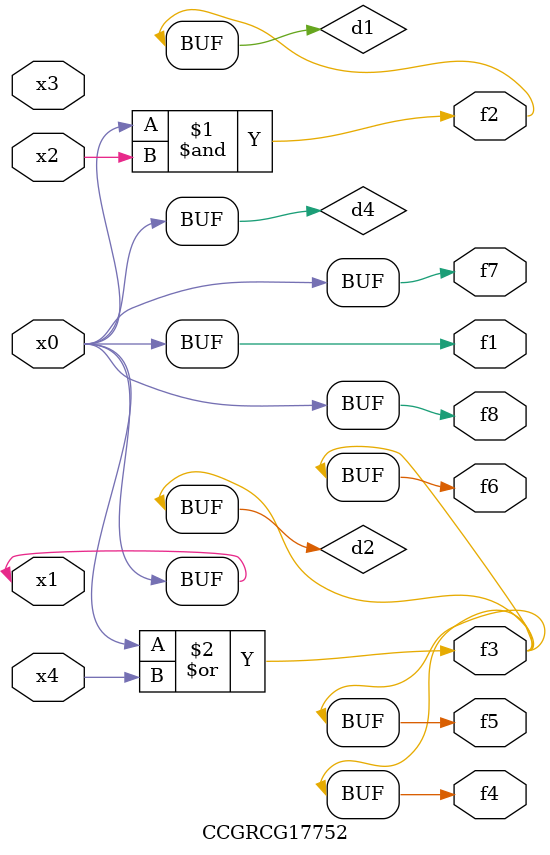
<source format=v>
module CCGRCG17752(
	input x0, x1, x2, x3, x4,
	output f1, f2, f3, f4, f5, f6, f7, f8
);

	wire d1, d2, d3, d4;

	and (d1, x0, x2);
	or (d2, x0, x4);
	nand (d3, x0, x2);
	buf (d4, x0, x1);
	assign f1 = d4;
	assign f2 = d1;
	assign f3 = d2;
	assign f4 = d2;
	assign f5 = d2;
	assign f6 = d2;
	assign f7 = d4;
	assign f8 = d4;
endmodule

</source>
